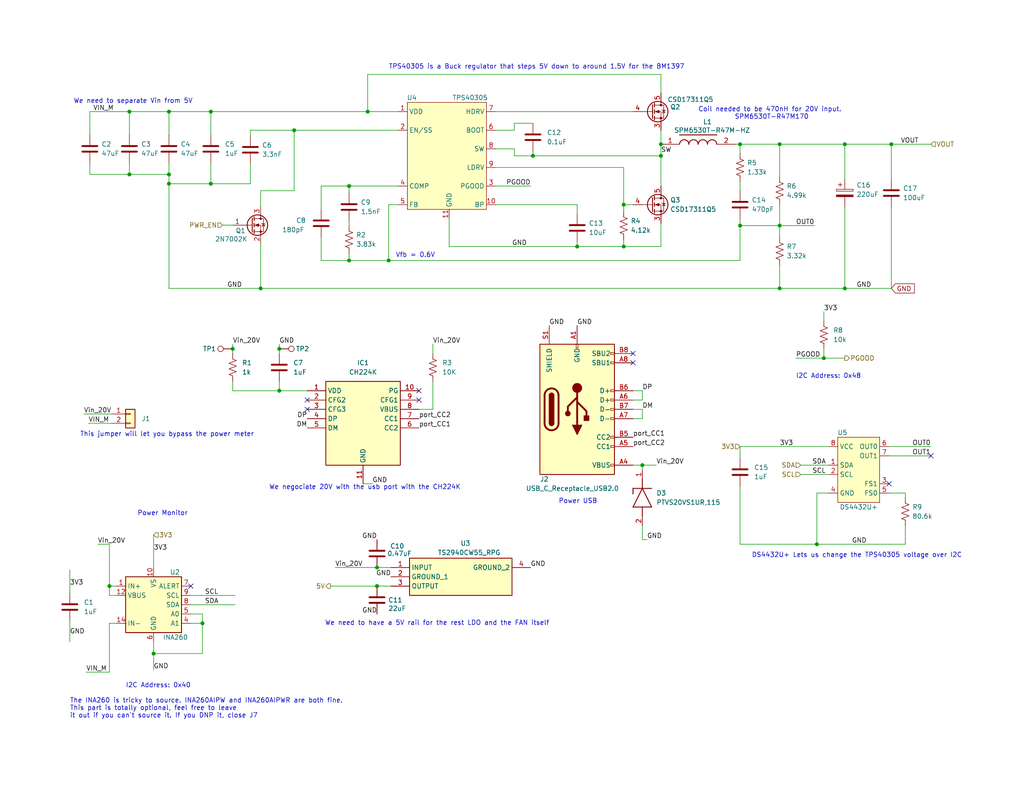
<source format=kicad_sch>
(kicad_sch (version 20231120) (generator "eeschema") (generator_version "8.0")
  (paper "A")
  (title_block (title "Bitaxe Ultra") (date "2023-12-10") (rev "204"))
  (lib_symbols
    (symbol "Connector:TestPoint" (pin_numbers hide) (pin_names (offset 0.762) hide)
      (property "Reference" "TP" (at 0 6.858 0))
      (property "Value" "TestPoint" (at 0 5.08 0))
      (symbol "TestPoint_0_1"
        (circle (center 0 3.302) (radius 0.762))
      )
      (symbol "TestPoint_1_1"
        (pin passive line (at 0 0 90) (length 2.54) (name "1") (number "1"))
      )
    )
    (symbol "Connector:USB_C_Receptacle_USB2.0" (pin_names (offset 1.016))
      (property "Reference" "J" (at -10.16 19.05 0))
      (property "Value" "USB_C_Receptacle_USB2.0" (at 19.05 19.05 0))
      (symbol "USB_C_Receptacle_USB2.0_0_0"
        (rectangle (start -0.254 -17.78) (end 0.254 -16.764))
        (rectangle (start 10.16 -14.986) (end 9.144 -15.494))
        (rectangle (start 10.16 -12.446) (end 9.144 -12.954))
        (rectangle (start 10.16 -4.826) (end 9.144 -5.334))
        (rectangle (start 10.16 -2.286) (end 9.144 -2.794))
        (rectangle (start 10.16 0.254) (end 9.144 -0.254))
        (rectangle (start 10.16 2.794) (end 9.144 2.286))
        (rectangle (start 10.16 7.874) (end 9.144 7.366))
        (rectangle (start 10.16 10.414) (end 9.144 9.906))
        (rectangle (start 10.16 15.494) (end 9.144 14.986))
      )
      (symbol "USB_C_Receptacle_USB2.0_0_1"
        (rectangle (start -10.16 17.78) (end 10.16 -17.78) (stroke (width 0.254)) (fill (type background)))
        (arc (start -8.89 -3.81) (mid -6.985 -5.7067) (end -5.08 -3.81) (stroke (width 0.508)))
        (arc (start -7.62 -3.81) (mid -6.985 -4.4423) (end -6.35 -3.81) (stroke (width 0.254)))
        (arc (start -7.62 -3.81) (mid -6.985 -4.4423) (end -6.35 -3.81) (stroke (width 0.254)) (fill (type outline)))
        (rectangle (start -7.62 -3.81) (end -6.35 3.81) (stroke (width 0.254)) (fill (type outline)))
        (arc (start -6.35 3.81) (mid -6.985 4.4423) (end -7.62 3.81) (stroke (width 0.254)))
        (arc (start -6.35 3.81) (mid -6.985 4.4423) (end -7.62 3.81) (stroke (width 0.254)) (fill (type outline)))
        (arc (start -5.08 3.81) (mid -6.985 5.7067) (end -8.89 3.81) (stroke (width 0.508)))
        (circle (center -2.54 1.143) (radius 0.635) (stroke (width 0.254)) (fill (type outline)))
        (circle (center 0 -5.842) (radius 1.27) (fill (type outline)))
        (polyline (pts (xy -8.89 -3.81) (xy -8.89 3.81)) (stroke (width 0.508)))
        (polyline (pts (xy -5.08 3.81) (xy -5.08 -3.81)) (stroke (width 0.508)))
        (polyline (pts (xy 0 -5.842) (xy 0 4.318)) (stroke (width 0.508)))
        (polyline (pts (xy 0 -3.302) (xy -2.54 -0.762) (xy -2.54 0.508)) (stroke (width 0.508)))
        (polyline (pts (xy 0 -2.032) (xy 2.54 0.508) (xy 2.54 1.778)) (stroke (width 0.508)))
        (polyline (pts (xy -1.27 4.318) (xy 0 6.858) (xy 1.27 4.318) (xy -1.27 4.318)) (stroke (width 0.254)) (fill (type outline)))
        (rectangle (start 1.905 1.778) (end 3.175 3.048) (stroke (width 0.254)) (fill (type outline)))
      )
      (symbol "USB_C_Receptacle_USB2.0_1_1"
        (pin passive line (at 0 -22.86 90) (length 5.08) (name "GND") (number "A1"))
        (pin passive line (at 0 -22.86 90) (length 5.08) hide (name "GND") (number "A12"))
        (pin passive line (at 15.24 15.24 180) (length 5.08) (name "VBUS") (number "A4"))
        (pin bidirectional line (at 15.24 10.16 180) (length 5.08) (name "CC1") (number "A5"))
        (pin bidirectional line (at 15.24 -2.54 180) (length 5.08) (name "D+") (number "A6"))
        (pin bidirectional line (at 15.24 2.54 180) (length 5.08) (name "D-") (number "A7"))
        (pin bidirectional line (at 15.24 -12.7 180) (length 5.08) (name "SBU1") (number "A8"))
        (pin passive line (at 15.24 15.24 180) (length 5.08) hide (name "VBUS") (number "A9"))
        (pin passive line (at 0 -22.86 90) (length 5.08) hide (name "GND") (number "B1"))
        (pin passive line (at 0 -22.86 90) (length 5.08) hide (name "GND") (number "B12"))
        (pin passive line (at 15.24 15.24 180) (length 5.08) hide (name "VBUS") (number "B4"))
        (pin bidirectional line (at 15.24 7.62 180) (length 5.08) (name "CC2") (number "B5"))
        (pin bidirectional line (at 15.24 -5.08 180) (length 5.08) (name "D+") (number "B6"))
        (pin bidirectional line (at 15.24 0 180) (length 5.08) (name "D-") (number "B7"))
        (pin bidirectional line (at 15.24 -15.24 180) (length 5.08) (name "SBU2") (number "B8"))
        (pin passive line (at 15.24 15.24 180) (length 5.08) hide (name "VBUS") (number "B9"))
        (pin passive line (at -7.62 -22.86 90) (length 5.08) (name "SHIELD") (number "S1"))
      )
    )
    (symbol "Connector_Generic:Conn_01x02" (pin_names (offset 1.016) hide)
      (property "Reference" "J" (at 0 2.54 0))
      (property "Value" "Conn_01x02" (at 0 -5.08 0))
      (symbol "Conn_01x02_1_1"
        (rectangle (start -1.27 -2.413) (end 0 -2.667) (stroke (width 0.1524)))
        (rectangle (start -1.27 0.127) (end 0 -0.127) (stroke (width 0.1524)))
        (rectangle (start -1.27 1.27) (end 1.27 -3.81) (stroke (width 0.254)) (fill (type background)))
        (pin passive line (at -5.08 0 0) (length 3.81) (name "Pin_1") (number "1"))
        (pin passive line (at -5.08 -2.54 0) (length 3.81) (name "Pin_2") (number "2"))
      )
    )
    (symbol "Device:C" (pin_numbers hide) (pin_names (offset 0.254))
      (property "Reference" "C" (at 0.635 2.54 0))
      (property "Value" "C" (at 0.635 -2.54 0))
      (symbol "C_0_1"
        (polyline (pts (xy -2.032 -0.762) (xy 2.032 -0.762)) (stroke (width 0.508)))
        (polyline (pts (xy -2.032 0.762) (xy 2.032 0.762)) (stroke (width 0.508)))
      )
      (symbol "C_1_1"
        (pin passive line (at 0 3.81 270) (length 2.794) (name "~") (number "1"))
        (pin passive line (at 0 -3.81 90) (length 2.794) (name "~") (number "2"))
      )
    )
    (symbol "Device:C_Polarized" (pin_numbers hide) (pin_names (offset 0.254))
      (property "Reference" "C" (at 0.635 2.54 0))
      (property "Value" "C_Polarized" (at 0.635 -2.54 0))
      (symbol "C_Polarized_0_1"
        (rectangle (start -2.286 0.508) (end 2.286 1.016))
        (polyline (pts (xy -1.778 2.286) (xy -0.762 2.286)))
        (polyline (pts (xy -1.27 2.794) (xy -1.27 1.778)))
        (rectangle (start 2.286 -0.508) (end -2.286 -1.016) (fill (type outline)))
      )
      (symbol "C_Polarized_1_1"
        (pin passive line (at 0 3.81 270) (length 2.794) (name "~") (number "1"))
        (pin passive line (at 0 -3.81 90) (length 2.794) (name "~") (number "2"))
      )
    )
    (symbol "Device:R_US" (pin_numbers hide) (pin_names (offset 0))
      (property "Reference" "R" (at 2.54 0 90))
      (property "Value" "R_US" (at -2.54 0 90))
      (symbol "R_US_0_1"
        (polyline (pts (xy 0 -2.286) (xy 0 -2.54)))
        (polyline (pts (xy 0 2.286) (xy 0 2.54)))
        (polyline (pts (xy 0 -0.762) (xy 1.016 -1.143) (xy 0 -1.524) (xy -1.016 -1.905) (xy 0 -2.286)))
        (polyline (pts (xy 0 0.762) (xy 1.016 0.381) (xy 0 0) (xy -1.016 -0.381) (xy 0 -0.762)))
        (polyline (pts (xy 0 2.286) (xy 1.016 1.905) (xy 0 1.524) (xy -1.016 1.143) (xy 0 0.762)))
      )
      (symbol "R_US_1_1"
        (pin passive line (at 0 3.81 270) (length 1.27) (name "~") (number "1"))
        (pin passive line (at 0 -3.81 90) (length 1.27) (name "~") (number "2"))
      )
    )
    (symbol "Sensor:INA260"
      (property "Reference" "U" (at -6.35 8.89 0))
      (property "Value" "INA260" (at 2.54 8.89 0))
      (symbol "INA260_0_1"
        (rectangle (start -7.62 7.62) (end 7.62 -7.62) (stroke (width 0.254)) (fill (type background)))
      )
      (symbol "INA260_1_1"
        (pin passive line (at -10.16 5.08 0) (length 2.54) (name "IN+") (number "1"))
        (pin power_in line (at 0 10.16 270) (length 2.54) (name "VS") (number "10"))
        (pin passive line (at 0 -10.16 90) (length 2.54) hide (name "GND") (number "11"))
        (pin passive line (at -10.16 2.54 0) (length 2.54) (name "VBUS") (number "12"))
        (pin no_connect line (at 2.54 -7.62 90) (length 2.54) hide (name "NC") (number "13"))
        (pin passive line (at -10.16 -5.08 0) (length 2.54) (name "IN-") (number "14"))
        (pin passive line (at -10.16 -5.08 0) (length 2.54) hide (name "IN-") (number "15"))
        (pin passive line (at -10.16 -5.08 0) (length 2.54) hide (name "IN-") (number "16"))
        (pin passive line (at -10.16 5.08 0) (length 2.54) hide (name "IN+") (number "2"))
        (pin passive line (at -10.16 5.08 0) (length 2.54) hide (name "IN+") (number "3"))
        (pin input line (at 10.16 -5.08 180) (length 2.54) (name "A1") (number "4"))
        (pin input line (at 10.16 -2.54 180) (length 2.54) (name "A0") (number "5"))
        (pin power_in line (at 0 -10.16 90) (length 2.54) (name "GND") (number "6"))
        (pin open_collector line (at 10.16 5.08 180) (length 2.54) (name "ALERT") (number "7"))
        (pin bidirectional line (at 10.16 0 180) (length 2.54) (name "SDA") (number "8"))
        (pin input line (at 10.16 2.54 180) (length 2.54) (name "SCL") (number "9"))
      )
    )
    (symbol "Transistor_FET:2N7002K" (pin_names hide)
      (property "Reference" "Q" (at 5.08 1.905 0))
      (property "Value" "2N7002K" (at 5.08 0 0))
      (symbol "2N7002K_0_1"
        (polyline (pts (xy 0.254 0) (xy -2.54 0)))
        (polyline (pts (xy 0.254 1.905) (xy 0.254 -1.905)) (stroke (width 0.254)))
        (polyline (pts (xy 0.762 -1.27) (xy 0.762 -2.286)) (stroke (width 0.254)))
        (polyline (pts (xy 0.762 0.508) (xy 0.762 -0.508)) (stroke (width 0.254)))
        (polyline (pts (xy 0.762 2.286) (xy 0.762 1.27)) (stroke (width 0.254)))
        (polyline (pts (xy 2.54 2.54) (xy 2.54 1.778)))
        (polyline (pts (xy 2.54 -2.54) (xy 2.54 0) (xy 0.762 0)))
        (polyline (pts (xy 0.762 -1.778) (xy 3.302 -1.778) (xy 3.302 1.778) (xy 0.762 1.778)))
        (polyline (pts (xy 1.016 0) (xy 2.032 0.381) (xy 2.032 -0.381) (xy 1.016 0)) (fill (type outline)))
        (polyline (pts (xy 2.794 0.508) (xy 2.921 0.381) (xy 3.683 0.381) (xy 3.81 0.254)))
        (polyline (pts (xy 3.302 0.381) (xy 2.921 -0.254) (xy 3.683 -0.254) (xy 3.302 0.381)))
        (circle (center 1.651 0) (radius 2.794) (stroke (width 0.254)))
        (circle (center 2.54 -1.778) (radius 0.254) (fill (type outline)))
        (circle (center 2.54 1.778) (radius 0.254) (fill (type outline)))
      )
      (symbol "2N7002K_1_1"
        (pin input line (at -5.08 0 0) (length 2.54) (name "G") (number "1"))
        (pin passive line (at 2.54 -5.08 90) (length 2.54) (name "S") (number "2"))
        (pin passive line (at 2.54 5.08 270) (length 2.54) (name "D") (number "3"))
      )
    )
    (symbol "bitaxe:CH224K"
      (property "Reference" "IC" (at 26.67 7.62 0))
      (property "Value" "CH224K" (at 26.67 5.08 0))
      (symbol "CH224K_1_1"
        (rectangle (start 5.08 2.54) (end 25.4 -20.32) (stroke (width 0.254)) (fill (type background)))
        (pin passive line (at 0 0 0) (length 5.08) (name "VDD") (number "1"))
        (pin passive line (at 30.48 0 180) (length 5.08) (name "PG") (number "10"))
        (pin passive line (at 15.24 -25.4 90) (length 5.08) (name "GND") (number "11"))
        (pin passive line (at 0 -2.54 0) (length 5.08) (name "CFG2") (number "2"))
        (pin passive line (at 0 -5.08 0) (length 5.08) (name "CFG3") (number "3"))
        (pin passive line (at 0 -7.62 0) (length 5.08) (name "DP") (number "4"))
        (pin passive line (at 0 -10.16 0) (length 5.08) (name "DM") (number "5"))
        (pin passive line (at 30.48 -10.16 180) (length 5.08) (name "CC2") (number "6"))
        (pin passive line (at 30.48 -7.62 180) (length 5.08) (name "CC1") (number "7"))
        (pin passive line (at 30.48 -5.08 180) (length 5.08) (name "VBUS") (number "8"))
        (pin passive line (at 30.48 -2.54 180) (length 5.08) (name "CFG1") (number "9"))
      )
    )
    (symbol "bitaxe:DS4432U+"
      (property "Reference" "U10" (at -5.08 10.16 0))
      (property "Value" "DS4432U+" (at -0.635 -10.16 0))
      (symbol "DS4432U+_0_1"
        (rectangle (start -6.35 8.89) (end 5.08 -8.89) (stroke (width 0.1524)) (fill (type background)))
      )
      (symbol "DS4432U+_1_1"
        (pin input line (at -8.89 1.27 0) (length 2.54) (name "SDA") (number "1"))
        (pin input line (at -8.89 -1.27 0) (length 2.54) (name "SCL") (number "2"))
        (pin input line (at 7.62 -3.81 180) (length 2.54) (name "FS1") (number "3"))
        (pin power_in line (at -8.89 -6.35 0) (length 2.54) (name "GND") (number "4"))
        (pin input line (at 7.62 -6.35 180) (length 2.54) (name "FS0") (number "5"))
        (pin output line (at 7.62 6.35 180) (length 2.54) (name "OUT0") (number "6"))
        (pin output line (at 7.62 3.81 180) (length 2.54) (name "OUT1") (number "7"))
        (pin power_in line (at -8.89 6.35 0) (length 2.54) (name "VCC") (number "8"))
      )
    )
    (symbol "bitaxe:PTVS20VS1UR,115" (pin_names hide)
      (property "Reference" "D" (at 10.16 8.89 0))
      (property "Value" "PTVS20VS1UR,115" (at 10.16 6.35 0))
      (symbol "PTVS20VS1UR,115_1_1"
        (polyline (pts (xy 2.54 0) (xy 5.08 0)) (stroke (width 0.254)))
        (polyline (pts (xy 5.08 -2.54) (xy 6.604 -2.54)) (stroke (width 0.254)))
        (polyline (pts (xy 5.08 0) (xy 10.16 2.54)) (stroke (width 0.254)))
        (polyline (pts (xy 5.08 2.54) (xy 5.08 -2.54)) (stroke (width 0.254)))
        (polyline (pts (xy 10.16 -2.54) (xy 5.08 0)) (stroke (width 0.254)))
        (polyline (pts (xy 10.16 -2.54) (xy 10.16 2.54)) (stroke (width 0.254)))
        (polyline (pts (xy 12.7 0) (xy 10.16 0)) (stroke (width 0.254)))
        (pin passive line (at 0 0 0) (length 2.54) (name "K") (number "1"))
        (pin passive line (at 15.24 0 180) (length 2.54) (name "A") (number "2"))
      )
    )
    (symbol "bitaxe:Q_NMOS_CSD17311Q5_1" (pin_names (offset 0) hide)
      (property "Reference" "Q1" (at 5.08 1.27 0))
      (property "Value" "CSD17311Q5" (at 5.08 -1.27 0))
      (symbol "Q_NMOS_CSD17311Q5_1_0_1"
        (polyline (pts (xy 0.254 0) (xy -2.54 0)))
        (polyline (pts (xy 0.254 1.905) (xy 0.254 -1.905)) (stroke (width 0.254)))
        (polyline (pts (xy 0.762 -1.27) (xy 0.762 -2.286)) (stroke (width 0.254)))
        (polyline (pts (xy 0.762 0.508) (xy 0.762 -0.508)) (stroke (width 0.254)))
        (polyline (pts (xy 0.762 2.286) (xy 0.762 1.27)) (stroke (width 0.254)))
        (polyline (pts (xy 2.54 2.54) (xy 2.54 1.778)))
        (polyline (pts (xy 2.54 -2.54) (xy 2.54 0) (xy 0.762 0)))
        (polyline (pts (xy 0.762 -1.778) (xy 3.302 -1.778) (xy 3.302 1.778) (xy 0.762 1.778)))
        (polyline (pts (xy 1.016 0) (xy 2.032 0.381) (xy 2.032 -0.381) (xy 1.016 0)) (fill (type outline)))
        (polyline (pts (xy 2.794 0.508) (xy 2.921 0.381) (xy 3.683 0.381) (xy 3.81 0.254)))
        (polyline (pts (xy 3.302 0.381) (xy 2.921 -0.254) (xy 3.683 -0.254) (xy 3.302 0.381)))
        (circle (center 1.651 0) (radius 2.794) (stroke (width 0.254)))
        (circle (center 2.54 -1.778) (radius 0.254) (fill (type outline)))
        (circle (center 2.54 1.778) (radius 0.254) (fill (type outline)))
      )
      (symbol "Q_NMOS_CSD17311Q5_1_1_1"
        (pin passive line (at 2.54 -5.08 90) (length 2.54) hide (name "") (number "1"))
        (pin passive line (at 2.54 -5.08 90) (length 2.54) hide (name "") (number "2"))
        (pin passive line (at 2.54 -5.08 90) (length 2.54) (name "S") (number "3"))
        (pin input line (at -5.08 0 0) (length 2.54) (name "G") (number "4"))
        (pin passive line (at 2.54 5.08 270) (length 2.54) (name "D") (number "5"))
      )
    )
    (symbol "bitaxe:SPM6530T-R47M-HZ" (pin_names hide)
      (property "Reference" "L" (at 16.51 6.35 0))
      (property "Value" "SPM6530T-R47M-HZ" (at 16.51 3.81 0))
      (symbol "SPM6530T-R47M-HZ_1_1"
        (polyline (pts (xy 5.08 2.54) (xy 15.24 2.54)) (stroke (width 0.254)))
        (arc (start 7.62 0) (mid 6.35 1.219) (end 5.08 0) (stroke (width 0.254)))
        (arc (start 10.16 0) (mid 8.89 1.219) (end 7.62 0) (stroke (width 0.254)))
        (arc (start 12.7 0) (mid 11.43 1.219) (end 10.16 0) (stroke (width 0.254)))
        (arc (start 15.24 0) (mid 13.97 1.219) (end 12.7 0) (stroke (width 0.254)))
        (pin passive line (at 0 0 0) (length 5.08) (name "1") (number "1"))
        (pin passive line (at 20.32 0 180) (length 5.08) (name "2") (number "2"))
      )
    )
    (symbol "bitaxe:TPS40305"
      (property "Reference" "U9" (at -10.16 16.51 0))
      (property "Value" "TPS40305" (at 5.715 16.51 0))
      (symbol "TPS40305_0_1"
        (rectangle (start -11.43 15.24) (end 10.16 -13.97) (stroke (width 0.1524)) (fill (type background)))
      )
      (symbol "TPS40305_1_1"
        (pin input line (at -13.97 12.7 0) (length 2.54) (name "VDD") (number "1"))
        (pin input line (at 12.7 -12.7 180) (length 2.54) (name "BP") (number "10"))
        (pin input line (at 0 -16.51 90) (length 2.54) (name "GND") (number "11"))
        (pin input line (at -13.97 7.62 0) (length 2.54) (name "EN/SS") (number "2"))
        (pin input line (at 12.7 -7.62 180) (length 2.54) (name "PGOOD") (number "3"))
        (pin input line (at -13.97 -7.62 0) (length 2.54) (name "COMP") (number "4"))
        (pin input line (at -13.97 -12.7 0) (length 2.54) (name "FB") (number "5"))
        (pin input line (at 12.7 7.62 180) (length 2.54) (name "BOOT") (number "6"))
        (pin input line (at 12.7 12.7 180) (length 2.54) (name "HDRV") (number "7"))
        (pin input line (at 12.7 2.54 180) (length 2.54) (name "SW") (number "8"))
        (pin input line (at 12.7 -2.54 180) (length 2.54) (name "LDRV") (number "9"))
      )
    )
    (symbol "bitaxe:TS2940CW55_RPG"
      (property "Reference" "U" (at 34.29 7.62 0))
      (property "Value" "TS2940CW55_RPG" (at 34.29 5.08 0))
      (symbol "TS2940CW55_RPG_1_1"
        (rectangle (start 5.08 2.54) (end 33.02 -7.62) (stroke (width 0.254)) (fill (type background)))
        (pin passive line (at 0 0 0) (length 5.08) (name "INPUT") (number "1"))
        (pin passive line (at 0 -2.54 0) (length 5.08) (name "GROUND_1") (number "2"))
        (pin passive line (at 0 -5.08 0) (length 5.08) (name "OUTPUT") (number "3"))
        (pin passive line (at 38.1 0 180) (length 5.08) (name "GROUND_2") (number "4"))
      )
    )
  )
  (junction (at 76.2 106.68))
  (junction (at 180.34 42.545))
  (junction (at 224.79 97.79))
  (junction (at 46.101 50.165))
  (junction (at 102.87 154.94))
  (junction (at 201.93 61.595))
  (junction (at 46.101 47.625))
  (junction (at 201.93 39.37))
  (junction (at 222.885 148.59))
  (junction (at 102.87 160.02))
  (junction (at 180.34 39.37))
  (junction (at 145.415 42.545))
  (junction (at 63.5 95.25))
  (junction (at 175.26 127))
  (junction (at 76.2 95.25))
  (junction (at 212.725 78.74))
  (junction (at 95.25 50.8))
  (junction (at 170.18 55.88))
  (junction (at 230.505 78.74))
  (junction (at 212.725 39.37))
  (junction (at 35.306 47.625))
  (junction (at 57.531 30.48))
  (junction (at 100.33 30.48))
  (junction (at 106.045 71.12))
  (junction (at 41.91 178.435))
  (junction (at 35.306 30.48))
  (junction (at 230.505 39.37))
  (junction (at 212.725 61.595))
  (junction (at 55.245 170.18))
  (junction (at 157.48 67.31))
  (junction (at 46.101 30.48))
  (junction (at 57.531 50.165))
  (junction (at 243.205 39.37))
  (junction (at 80.264 35.56))
  (junction (at 29.845 160.02))
  (junction (at 95.25 71.12))
  (junction (at 71.12 78.74))
  (junction (at 170.18 67.31))
  (no_connect (at 114.3 109.22))
  (no_connect (at 254 124.46))
  (no_connect (at 242.57 132.08))
  (no_connect (at 83.82 111.76))
  (no_connect (at 83.82 109.22))
  (no_connect (at 172.72 99.06))
  (no_connect (at 172.72 96.52))
  (no_connect (at 114.3 106.68))
  (no_connect (at 52.07 160.02))
  (wire (pts (xy 179.07 127) (xy 175.26 127)))
  (wire (pts (xy 102.87 160.02) (xy 106.68 160.02)))
  (wire (pts (xy 243.205 39.37) (xy 230.505 39.37)))
  (wire (pts (xy 201.93 121.92) (xy 226.06 121.92)))
  (wire (pts (xy 118.11 93.98) (xy 118.11 96.52)))
  (wire (pts (xy 60.706 61.468) (xy 63.5 61.468)))
  (wire (pts (xy 157.48 66.04) (xy 157.48 67.31)))
  (wire (pts (xy 24.511 30.48) (xy 35.306 30.48)))
  (wire (pts (xy 108.585 50.8) (xy 95.25 50.8)))
  (wire (pts (xy 76.2 106.68) (xy 63.5 106.68)))
  (wire (pts (xy 180.34 35.56) (xy 180.34 39.37)))
  (wire (pts (xy 243.205 48.895) (xy 243.205 39.37)))
  (wire (pts (xy 170.18 55.88) (xy 172.72 55.88)))
  (wire (pts (xy 157.48 55.88) (xy 157.48 58.42)))
  (wire (pts (xy 63.5 93.98) (xy 63.5 95.25)))
  (wire (pts (xy 102.87 154.94) (xy 106.68 154.94)))
  (wire (pts (xy 41.91 146.05) (xy 41.91 154.94)))
  (wire (pts (xy 95.25 60.325) (xy 95.25 61.595)))
  (wire (pts (xy 57.531 44.45) (xy 57.531 50.165)))
  (wire (pts (xy 212.725 55.88) (xy 212.725 61.595)))
  (wire (pts (xy 170.18 45.72) (xy 170.18 55.88)))
  (wire (pts (xy 29.845 160.02) (xy 29.845 148.59)))
  (wire (pts (xy 35.306 44.45) (xy 35.306 47.625)))
  (wire (pts (xy 172.72 106.68) (xy 175.26 106.68)))
  (wire (pts (xy 170.18 67.31) (xy 170.18 65.405)))
  (wire (pts (xy 242.57 124.46) (xy 254 124.46)))
  (wire (pts (xy 68.326 44.704) (xy 68.326 50.165)))
  (wire (pts (xy 180.34 20.32) (xy 100.33 20.32)))
  (wire (pts (xy 201.93 125.095) (xy 201.93 121.92)))
  (wire (pts (xy 201.93 39.37) (xy 201.93 41.91)))
  (wire (pts (xy 31.75 162.56) (xy 29.845 162.56)))
  (wire (pts (xy 35.306 47.625) (xy 46.101 47.625)))
  (wire (pts (xy 243.205 39.37) (xy 254 39.37)))
  (wire (pts (xy 172.72 111.76) (xy 175.26 111.76)))
  (wire (pts (xy 29.845 170.18) (xy 29.845 183.515)))
  (wire (pts (xy 80.264 35.56) (xy 68.326 35.56)))
  (wire (pts (xy 217.17 97.79) (xy 224.79 97.79)))
  (wire (pts (xy 87.63 71.12) (xy 87.63 64.77)))
  (wire (pts (xy 175.26 127) (xy 175.26 128.27)))
  (wire (pts (xy 87.63 50.8) (xy 87.63 57.15)))
  (wire (pts (xy 23.495 183.515) (xy 29.845 183.515)))
  (wire (pts (xy 218.44 127) (xy 226.06 127)))
  (wire (pts (xy 46.101 50.165) (xy 57.531 50.165)))
  (wire (pts (xy 52.07 167.64) (xy 55.245 167.64)))
  (wire (pts (xy 122.555 67.31) (xy 157.48 67.31)))
  (wire (pts (xy 55.245 178.435) (xy 41.91 178.435)))
  (wire (pts (xy 176.53 147.32) (xy 175.26 147.32)))
  (wire (pts (xy 80.264 52.07) (xy 80.264 35.56)))
  (wire (pts (xy 222.885 134.62) (xy 226.06 134.62)))
  (wire (pts (xy 46.101 78.74) (xy 71.12 78.74)))
  (wire (pts (xy 201.93 49.53) (xy 201.93 52.07)))
  (wire (pts (xy 63.5 95.25) (xy 63.5 96.52)))
  (wire (pts (xy 31.75 160.02) (xy 29.845 160.02)))
  (wire (pts (xy 57.531 30.48) (xy 57.531 36.83)))
  (wire (pts (xy 95.25 69.215) (xy 95.25 71.12)))
  (wire (pts (xy 175.26 106.68) (xy 175.26 109.22)))
  (wire (pts (xy 83.82 106.68) (xy 76.2 106.68)))
  (wire (pts (xy 99.06 132.08) (xy 101.6 132.08)))
  (wire (pts (xy 212.725 72.39) (xy 212.725 78.74)))
  (wire (pts (xy 157.48 67.31) (xy 170.18 67.31)))
  (wire (pts (xy 247.015 143.51) (xy 247.015 148.59)))
  (wire (pts (xy 230.505 39.37) (xy 230.505 48.895)))
  (wire (pts (xy 212.725 61.595) (xy 212.725 64.77)))
  (wire (pts (xy 140.335 40.64) (xy 140.335 42.545)))
  (wire (pts (xy 71.12 52.07) (xy 80.264 52.07)))
  (wire (pts (xy 180.34 60.96) (xy 180.34 67.31)))
  (wire (pts (xy 76.2 95.25) (xy 76.2 96.52)))
  (wire (pts (xy 55.245 167.64) (xy 55.245 170.18)))
  (wire (pts (xy 135.255 45.72) (xy 170.18 45.72)))
  (wire (pts (xy 135.255 40.64) (xy 140.335 40.64)))
  (wire (pts (xy 118.11 111.76) (xy 114.3 111.76)))
  (wire (pts (xy 24.511 47.625) (xy 35.306 47.625)))
  (wire (pts (xy 242.57 121.92) (xy 254 121.92)))
  (wire (pts (xy 24.511 36.83) (xy 24.511 30.48)))
  (wire (pts (xy 230.505 56.515) (xy 230.505 78.74)))
  (wire (pts (xy 46.101 30.48) (xy 46.101 36.83)))
  (wire (pts (xy 35.306 30.48) (xy 46.101 30.48)))
  (wire (pts (xy 222.885 148.59) (xy 222.885 134.62)))
  (wire (pts (xy 19.05 169.545) (xy 19.05 175.26)))
  (wire (pts (xy 140.335 42.545) (xy 145.415 42.545)))
  (wire (pts (xy 175.26 127) (xy 172.72 127)))
  (wire (pts (xy 230.505 39.37) (xy 212.725 39.37)))
  (wire (pts (xy 100.33 20.32) (xy 100.33 30.48)))
  (wire (pts (xy 180.34 67.31) (xy 170.18 67.31)))
  (wire (pts (xy 41.91 178.435) (xy 41.91 182.88)))
  (wire (pts (xy 242.57 134.62) (xy 247.015 134.62)))
  (wire (pts (xy 224.79 97.79) (xy 230.505 97.79)))
  (wire (pts (xy 170.18 55.88) (xy 170.18 57.785)))
  (wire (pts (xy 95.25 71.12) (xy 87.63 71.12)))
  (wire (pts (xy 175.26 109.22) (xy 172.72 109.22)))
  (wire (pts (xy 76.2 93.98) (xy 76.2 95.25)))
  (wire (pts (xy 46.101 30.48) (xy 57.531 30.48)))
  (wire (pts (xy 230.505 78.74) (xy 243.205 78.74)))
  (wire (pts (xy 63.5 106.68) (xy 63.5 104.14)))
  (wire (pts (xy 200.66 39.37) (xy 201.93 39.37)))
  (wire (pts (xy 175.26 111.76) (xy 175.26 114.3)))
  (wire (pts (xy 201.93 148.59) (xy 222.885 148.59)))
  (wire (pts (xy 52.07 170.18) (xy 55.245 170.18)))
  (wire (pts (xy 41.91 175.26) (xy 41.91 178.435)))
  (wire (pts (xy 135.255 50.8) (xy 144.78 50.8)))
  (wire (pts (xy 106.045 71.12) (xy 95.25 71.12)))
  (wire (pts (xy 35.306 30.48) (xy 35.306 36.83)))
  (wire (pts (xy 118.11 104.14) (xy 118.11 111.76)))
  (wire (pts (xy 224.79 95.25) (xy 224.79 97.79)))
  (wire (pts (xy 71.12 66.548) (xy 71.12 78.74)))
  (wire (pts (xy 46.101 47.625) (xy 46.101 50.165)))
  (wire (pts (xy 145.415 42.545) (xy 180.34 42.545)))
  (wire (pts (xy 180.34 25.4) (xy 180.34 20.32)))
  (wire (pts (xy 46.101 50.165) (xy 46.101 78.74)))
  (wire (pts (xy 76.2 104.14) (xy 76.2 106.68)))
  (wire (pts (xy 24.511 44.45) (xy 24.511 47.625)))
  (wire (pts (xy 46.101 44.45) (xy 46.101 47.625)))
  (wire (pts (xy 122.555 59.69) (xy 122.555 67.31)))
  (wire (pts (xy 212.725 61.595) (xy 222.25 61.595)))
  (wire (pts (xy 212.725 78.74) (xy 230.505 78.74)))
  (wire (pts (xy 218.44 129.54) (xy 226.06 129.54)))
  (wire (pts (xy 24.13 115.57) (xy 30.48 115.57)))
  (wire (pts (xy 90.17 160.02) (xy 102.87 160.02)))
  (wire (pts (xy 108.585 55.88) (xy 106.045 55.88)))
  (wire (pts (xy 108.585 35.56) (xy 80.264 35.56)))
  (wire (pts (xy 175.26 143.51) (xy 175.26 147.32)))
  (wire (pts (xy 31.75 170.18) (xy 29.845 170.18)))
  (wire (pts (xy 201.93 39.37) (xy 212.725 39.37)))
  (wire (pts (xy 135.255 55.88) (xy 157.48 55.88)))
  (wire (pts (xy 140.335 35.56) (xy 140.335 33.655)))
  (wire (pts (xy 201.93 59.69) (xy 201.93 61.595)))
  (wire (pts (xy 243.205 56.515) (xy 243.205 78.74)))
  (wire (pts (xy 201.93 71.12) (xy 106.045 71.12)))
  (wire (pts (xy 71.12 52.07) (xy 71.12 56.388)))
  (wire (pts (xy 95.25 50.8) (xy 87.63 50.8)))
  (wire (pts (xy 57.531 30.48) (xy 100.33 30.48)))
  (wire (pts (xy 140.335 33.655) (xy 145.415 33.655)))
  (wire (pts (xy 145.415 41.275) (xy 145.415 42.545)))
  (wire (pts (xy 19.05 155.575) (xy 19.05 161.925)))
  (wire (pts (xy 135.255 30.48) (xy 172.72 30.48)))
  (wire (pts (xy 29.845 162.56) (xy 29.845 160.02)))
  (wire (pts (xy 100.33 30.48) (xy 108.585 30.48)))
  (wire (pts (xy 68.326 35.56) (xy 68.326 37.084)))
  (wire (pts (xy 212.725 39.37) (xy 212.725 48.26)))
  (wire (pts (xy 22.86 113.03) (xy 30.48 113.03)))
  (wire (pts (xy 224.79 85.09) (xy 224.79 87.63)))
  (wire (pts (xy 247.015 134.62) (xy 247.015 135.89)))
  (wire (pts (xy 201.93 61.595) (xy 201.93 71.12)))
  (wire (pts (xy 135.255 35.56) (xy 140.335 35.56)))
  (wire (pts (xy 52.07 162.56) (xy 64.135 162.56)))
  (wire (pts (xy 91.44 154.94) (xy 102.87 154.94)))
  (wire (pts (xy 55.245 170.18) (xy 55.245 178.435)))
  (wire (pts (xy 106.045 55.88) (xy 106.045 71.12)))
  (wire (pts (xy 247.015 148.59) (xy 222.885 148.59)))
  (wire (pts (xy 201.93 132.715) (xy 201.93 148.59)))
  (wire (pts (xy 26.67 148.59) (xy 29.845 148.59)))
  (wire (pts (xy 180.34 42.545) (xy 180.34 50.8)))
  (wire (pts (xy 52.07 165.1) (xy 64.135 165.1)))
  (wire (pts (xy 57.531 50.165) (xy 68.326 50.165)))
  (wire (pts (xy 201.93 61.595) (xy 212.725 61.595)))
  (wire (pts (xy 175.26 114.3) (xy 172.72 114.3)))
  (wire (pts (xy 180.34 39.37) (xy 180.34 42.545)))
  (wire (pts (xy 71.12 78.74) (xy 212.725 78.74)))
  (wire (pts (xy 95.25 50.8) (xy 95.25 52.705)))
  (text "DS4432U+ Lets us change the TPS40305 voltage over I2C" (at 205.105 152.4 0) (effects (font (size 1.27 1.27)) (justify left bottom)))
  (text "I2C Address: 0x48" (at 217.17 103.505 0) (effects (font (size 1.27 1.27)) (justify left bottom)))
  (text "The INA260 is tricky to source. INA260AIPW and INA260AIPWR are both fine.\nThis part is totally optional, feel free to leave \nit out if you can't source it. If you DNP it, close J7" (at 19.05 196.215 0) (effects (font (size 1.27 1.27)) (justify left bottom)))
  (text "Power Monitor" (at 37.465 140.97 0) (effects (font (size 1.27 1.27)) (justify left bottom)))
  (text "Power USB" (at 152.4 137.668 0) (effects (font (size 1.27 1.27)) (justify left bottom)))
  (text "TPS40305 is a Buck regulator that steps 5V down to around 1.5V for the BM1397" (at 106.045 19.05 0) (effects (font (size 1.27 1.27)) (justify left bottom)))
  (text "We need to have a 5V rail for the rest LDO and the FAN itself" (at 88.646 170.942 0) (effects (font (size 1.27 1.27)) (justify left bottom)))
  (text "Coil needed to be 470nH for 20V input. \nSPM6530T-R47M170" (at 210.566 30.988 0) (effects (font (size 1.27 1.27))))
  (text "I2C Address: 0x40" (at 34.29 187.96 0) (effects (font (size 1.27 1.27)) (justify left bottom)))
  (text "Vfb = 0.6V" (at 107.95 70.485 0) (effects (font (size 1.27 1.27)) (justify left bottom)))
  (text "This jumper will let you bypass the power meter" (at 21.844 119.38 0) (effects (font (size 1.27 1.27)) (justify left bottom)))
  (text "We negociate 20V with the usb port with the CH224K" (at 73.406 133.858 0) (effects (font (size 1.27 1.27)) (justify left bottom)))
  (text "We need to separate Vin from 5V" (at 36.322 27.686 0) (effects (font (size 1.27 1.27))))
  (label "DP" (at 83.82 114.3 180))
  (label "3V3" (at 212.725 121.92 0))
  (label "SDA" (at 221.615 127 0))
  (label "VIN_M" (at 25.4 30.48 0))
  (label "GND" (at 102.87 167.64 180))
  (label "GND" (at 233.68 78.74 0))
  (label "VIN_M" (at 23.495 183.515 0))
  (label "GND" (at 61.976 78.74 0))
  (label "GND" (at 106.68 157.48 180))
  (label "Vin_20V" (at 22.86 113.03 0))
  (label "GND" (at 41.91 182.88 0))
  (label "Vin_20V" (at 179.07 127 0))
  (label "GND" (at 76.2 93.98 0))
  (label "Vin_20V" (at 91.44 154.94 0))
  (label "port_CC2" (at 114.3 114.3 0))
  (label "GND" (at 149.86 88.9 0))
  (label "Vin_20V" (at 63.5 93.98 0))
  (label "port_CC2" (at 172.72 121.92 0))
  (label "GND" (at 157.48 88.9 0))
  (label "GND" (at 102.87 147.32 180))
  (label "3V3" (at 41.91 150.495 0))
  (label "GND" (at 176.53 147.32 0))
  (label "PGOOD" (at 144.78 50.8 180))
  (label "GND" (at 19.05 173.355 0))
  (label "DM" (at 175.26 111.76 0))
  (label "GND" (at 144.78 154.94 0))
  (label "Vin_20V" (at 26.67 148.59 0))
  (label "SCL" (at 55.88 162.56 0))
  (label "VOUT" (at 245.745 39.37 0))
  (label "3V3" (at 19.05 160.02 0))
  (label "OUT1" (at 248.92 124.46 0))
  (label "port_CC1" (at 172.72 119.38 0))
  (label "DP" (at 175.26 106.68 0))
  (label "SCL" (at 221.615 129.54 0))
  (label "SDA" (at 55.88 165.1 0))
  (label "DM" (at 83.82 116.84 180))
  (label "OUT0" (at 217.17 61.595 0))
  (label "OUT0" (at 248.92 121.92 0))
  (label "port_CC1" (at 114.3 116.84 0))
  (label "GND" (at 232.41 148.59 0))
  (label "Vin_20V" (at 118.11 93.98 0))
  (label "VIN_M" (at 24.13 115.57 0))
  (label "3V3" (at 224.79 85.09 0))
  (label "PGOOD" (at 217.17 97.79 0))
  (label "GND" (at 101.6 132.08 0))
  (label "SW" (at 180.34 41.91 0))
  (label "GND" (at 139.7 67.31 0))
  (global_label "GND" (shape input) (at 243.205 78.74 0) (property "Intersheetrefs" "${INTERSHEET_REFS}" (effects (hide yes))))
  (hierarchical_label "SDA" (shape input) (at 218.44 127 180))
  (hierarchical_label "5V" (shape output) (at 90.17 160.02 180))
  (hierarchical_label "SCL" (shape input) (at 218.44 129.54 180))
  (hierarchical_label "3V3" (shape input) (at 41.91 146.05 0))
  (hierarchical_label "VOUT" (shape input) (at 254 39.37 0))
  (hierarchical_label "PWR_EN" (shape input) (at 60.706 61.468 180))
  (hierarchical_label "3V3" (shape input) (at 201.93 121.92 180))
  (hierarchical_label "PGOOD" (shape output) (at 230.505 97.79 0))
  (symbol (lib_id "Device:C") (at 157.48 62.23 0) (unit 1)
    (property "Reference" "C13" (at 160.655 60.9599 0) (effects (justify left)))
    (property "Value" "10uF" (at 160.655 63.4999 0) (effects (justify left)))
    (property "Footprint" "Capacitor_SMD:C_0805_2012Metric" (effects (hide yes)))
    (property "DK" "1276-1096-1-ND" (effects (hide yes)))
    (property "PARTNO" "CL21A106KOQNNNE" (effects (hide yes)))
  )
  (symbol (lib_id "Device:R_US") (at 212.725 52.07 0) (unit 1)
    (property "Reference" "R6" (at 214.63 50.7999 0) (effects (justify left)))
    (property "Value" "4.99k" (at 214.63 53.3399 0) (effects (justify left)))
    (property "Footprint" "Resistor_SMD:R_0402_1005Metric" (effects (hide yes)))
    (property "DK" "311-4.99KLRCT-ND" (effects (hide yes)))
    (property "PARTNO" "RC0402FR-074K99L" (effects (hide yes)))
  )
  (symbol (lib_id "Device:C") (at 46.101 40.64 0) (unit 1)
    (property "Reference" "C4" (at 49.276 39.3699 0) (effects (justify left)))
    (property "Value" "47uF" (at 49.276 41.9099 0) (effects (justify left)))
    (property "Footprint" "Capacitor_SMD:C_1210_3225Metric" (effects (hide yes)))
    (property "DK" "490-6539-1-ND" (effects (hide yes)))
    (property "PARTNO" "GRM32ER61C476KE15L" (effects (hide yes)))
  )
  (symbol (lib_id "Device:C_Polarized") (at 230.505 52.705 0) (unit 1)
    (property "Reference" "C16" (at 233.68 50.5459 0) (effects (justify left)))
    (property "Value" "220uF" (at 233.68 53.0859 0) (effects (justify left)))
    (property "Footprint" "bitaxe:CAP_2R5TPE220MAFB" (effects (hide yes)))
    (property "Datasheet" "https://media.digikey.com/pdf/Data%20Sheets/Panasonic%20Capacitors%20PDFs/TPE_Series_POSCAP_Rev02_Oct_2017.pdf" (effects (hide yes)))
    (property "PARTNO" "2R5TPE220MAFB" (effects (hide yes)))
    (property "DK" "P16200CT-ND" (effects (hide yes)))
  )
  (symbol (lib_id "bitaxe:TPS40305") (at 122.555 43.18 0) (unit 1)
    (property "Reference" "U4" (at 112.395 26.67 0))
    (property "Value" "TPS40305" (at 128.27 26.67 0))
    (property "Footprint" "bitaxe:TPS40305" (effects (hide yes)))
    (property "Datasheet" "https://www.ti.com/lit/ds/symlink/tps40303.pdf" (effects (hide yes)))
    (property "DK" "296-37445-1-ND" (effects (hide yes)))
    (property "PARTNO" "TPS40305DRCR" (effects (hide yes)))
  )
  (symbol (lib_id "bitaxe:PTVS20VS1UR,115") (at 175.26 128.27 270) (unit 1)
    (property "Reference" "D3" (at 179.07 134.6199 90) (effects (justify left)))
    (property "Value" "PTVS20VS1UR,115" (at 179.07 137.1599 90) (effects (justify left)))
    (property "Footprint" "bitaxe:SOD123W" (effects (hide yes)))
    (property "Datasheet" "https://assets.nexperia.com/documents/data-sheet/PTVSXS1UR_SER.pdf" (effects (hide yes)))
    (property "Description" "PTVS20VS1UR - 400 W Transient Voltage Suppressor" (effects (hide yes)))
    (property "Mouser Part Number" "771-PTVS20VS1UR115" (effects (hide yes)))
    (property "Mouser Price/Stock" "https://www.mouser.co.uk/ProductDetail/Nexperia/PTVS20VS1UR115?qs=GcY6OjH1zdlCouoqvlMz1w%3D%3D" (effects (hide yes)))
    (property "Manufacturer_Name" "Nexperia" (effects (hide yes)))
    (property "Manufacturer_Part_Number" "PTVS20VS1UR,115" (effects (hide yes)))
  )
  (symbol (lib_id "Sensor:INA260") (at 41.91 165.1 0) (unit 1)
    (property "Reference" "U2" (at 46.355 156.21 0) (effects (justify left)))
    (property "Value" "INA260" (at 44.45 173.99 0) (effects (justify left)))
    (property "Footprint" "Package_SO:TSSOP-16_4.4x5mm_P0.65mm" (effects (hide yes)))
    (property "Datasheet" "http://www.ti.com/lit/ds/symlink/ina260.pdf" (effects (hide yes)))
    (property "PARTNO" "INA260AIPW" (effects (hide yes)))
    (property "DK" "296-45218-5-ND" (effects (hide yes)))
  )
  (symbol (lib_id "Device:C") (at 24.511 40.64 0) (unit 1)
    (property "Reference" "C2" (at 27.686 39.3699 0) (effects (justify left)))
    (property "Value" "47uF" (at 27.686 41.9099 0) (effects (justify left)))
    (property "Footprint" "Capacitor_SMD:C_1210_3225Metric" (effects (hide yes)))
    (property "DK" "490-6539-1-ND" (effects (hide yes)))
    (property "PARTNO" "GRM32ER61C476KE15L" (effects (hide yes)))
  )
  (symbol (lib_id "bitaxe:Q_NMOS_CSD17311Q5_1") (at 177.8 55.88 0) (unit 1)
    (property "Reference" "Q3" (at 182.88 54.61 0) (effects (justify left)))
    (property "Value" "CSD17311Q5" (at 182.88 57.15 0) (effects (justify left)))
    (property "Footprint" "bitaxe:CSD17311Q5" (effects (hide yes)))
    (property "Datasheet" "https://www.ti.com/lit/ds/symlink/csd17311q5.pdf" (effects (hide yes)))
    (property "DK" "296-27625-1-ND" (effects (hide yes)))
    (property "PARTNO" "CSD17311Q5" (effects (hide yes)))
  )
  (symbol (lib_id "Device:C") (at 68.326 40.894 0) (unit 1)
    (property "Reference" "C6" (at 71.501 39.6239 0) (effects (justify left)))
    (property "Value" "3.3nF" (at 71.501 42.1639 0) (effects (justify left)))
    (property "Footprint" "Capacitor_SMD:C_0402_1005Metric" (effects (hide yes)))
    (property "DK" "1276-1552-1-ND" (effects (hide yes)))
    (property "PARTNO" "CL05B332KB5NNNC" (effects (hide yes)))
  )
  (symbol (lib_id "Connector:USB_C_Receptacle_USB2.0") (at 157.48 111.76 0) (mirror x) (unit 1)
    (property "Reference" "J2" (at 147.32 130.81 0) (effects (justify left)))
    (property "Value" "USB_C_Receptacle_USB2.0" (at 168.91 133.35 0) (effects (justify right)))
    (property "Footprint" "Connector_USB:USB_C_Receptacle_GCT_USB4105-xx-A_16P_TopMnt_Horizontal" (effects (hide yes)))
    (property "Datasheet" "https://gct.co/connector/usb4105" (effects (hide yes)))
    (property "DK" "2073-USB4105-GF-ACT-ND" (effects (hide yes)))
    (property "PARTNO" "USB4105-GF-A" (effects (hide yes)))
  )
  (symbol (lib_id "Device:C") (at 35.306 40.64 0) (unit 1)
    (property "Reference" "C3" (at 38.481 39.3699 0) (effects (justify left)))
    (property "Value" "47uF" (at 38.481 41.9099 0) (effects (justify left)))
    (property "Footprint" "Capacitor_SMD:C_1210_3225Metric" (effects (hide yes)))
    (property "DK" "490-6539-1-ND" (effects (hide yes)))
    (property "PARTNO" "GRM32ER61C476KE15L" (effects (hide yes)))
  )
  (symbol (lib_id "Device:C") (at 57.531 40.64 0) (unit 1)
    (property "Reference" "C5" (at 61.341 39.3699 0) (effects (justify left)))
    (property "Value" "1uF" (at 61.341 41.9099 0) (effects (justify left)))
    (property "Footprint" "Capacitor_SMD:C_0805_2012Metric" (effects (hide yes)))
    (property "DK" "1276-6471-1-ND" (effects (hide yes)))
    (property "PARTNO" "CL21B105KOFNNNG" (effects (hide yes)))
  )
  (symbol (lib_id "bitaxe:DS4432U+") (at 234.95 128.27 0) (unit 1)
    (property "Reference" "U5" (at 229.87 118.11 0))
    (property "Value" "DS4432U+" (at 234.315 138.43 0))
    (property "Footprint" "Package_SO:TSSOP-8_3x3mm_P0.65mm" (effects (hide yes)))
    (property "Datasheet" "https://datasheets.maximintegrated.com/en/ds/DS4432.pdf" (effects (hide yes)))
    (property "DK" "DS4432U+-ND" (effects (hide yes)))
    (property "PARTNO" "DS4432U+" (effects (hide yes)))
  )
  (symbol (lib_id "Device:C") (at 243.205 52.705 0) (unit 1)
    (property "Reference" "C17" (at 246.38 51.4349 0) (effects (justify left)))
    (property "Value" "100uF" (at 246.38 53.9749 0) (effects (justify left)))
    (property "Footprint" "Capacitor_SMD:C_1206_3216Metric" (effects (hide yes)))
    (property "PARTNO" "C3216X5R0J107M160AB" (effects (hide yes)))
    (property "DK" "445-6008-1-ND" (effects (hide yes)))
  )
  (symbol (lib_id "Device:C") (at 95.25 56.515 0) (unit 1)
    (property "Reference" "C9" (at 98.425 55.2449 0) (effects (justify left)))
    (property "Value" "1.5nF" (at 98.425 57.7849 0) (effects (justify left)))
    (property "Footprint" "Capacitor_SMD:C_0805_2012Metric" (effects (hide yes)))
    (property "DK" "311-1128-1-ND" (effects (hide yes)))
    (property "PARTNO" "CC0805KRX7R9BB152" (effects (hide yes)))
  )
  (symbol (lib_id "Device:R_US") (at 63.5 100.33 0) (unit 1)
    (property "Reference" "R1" (at 66.04 99.0599 0) (effects (justify left)))
    (property "Value" "1k" (at 66.04 101.5999 0) (effects (justify left)))
    (property "Footprint" "Resistor_SMD:R_0402_1005Metric" (effects (hide yes)))
    (property "DK" "311-3.83KLRCT-ND" (effects (hide yes)))
    (property "PARTNO" "RC0402FR-073K83L" (effects (hide yes)))
  )
  (symbol (lib_id "Device:R_US") (at 212.725 68.58 0) (unit 1)
    (property "Reference" "R7" (at 214.63 67.3099 0) (effects (justify left)))
    (property "Value" "3.32k" (at 214.63 69.8499 0) (effects (justify left)))
    (property "Footprint" "Resistor_SMD:R_0402_1005Metric" (effects (hide yes)))
    (property "DK" "311-3.32KLRCT-ND" (effects (hide yes)))
    (property "PARTNO" "RC0402FR-073K32L" (effects (hide yes)))
  )
  (symbol (lib_id "Device:R_US") (at 118.11 100.33 0) (unit 1)
    (property "Reference" "R3" (at 120.65 99.0599 0) (effects (justify left)))
    (property "Value" "10K" (at 120.65 101.5999 0) (effects (justify left)))
    (property "Footprint" "Resistor_SMD:R_0402_1005Metric" (effects (hide yes)))
    (property "DK" "311-3.83KLRCT-ND" (effects (hide yes)))
    (property "PARTNO" "RC0402FR-073K83L" (effects (hide yes)))
  )
  (symbol (lib_id "bitaxe:SPM6530T-R47M-HZ") (at 180.34 39.37 0) (unit 1)
    (property "Reference" "L1" (at 193.04 33.274 0))
    (property "Value" "SPM6530T-R47M-HZ" (at 194.31 35.56 0))
    (property "Footprint" "SPM6530" (effects (hide yes)))
    (property "Datasheet" "https://product.tdk.com/system/files/dam/doc/product/inductor/inductor/smd/catalog/inductor_automotive_power_spm6530-hz_en.pdf" (effects (hide yes)))
    (property "Description" "Inductors for power circuits, Wound metal, Automotive" (effects (hide yes)))
    (property "Mouser Part Number" "810-SPM6530T-R47M-HZ" (effects (hide yes)))
    (property "Mouser Price/Stock" "https://www.mouser.co.uk/ProductDetail/TDK/SPM6530T-R47M-HZ?qs=lYGu3FyN48eDtZTUZWd2qA%3D%3D" (effects (hide yes)))
    (property "Manufacturer_Name" "TDK" (effects (hide yes)))
    (property "Manufacturer_Part_Number" "SPM6530T-R47M-HZ" (effects (hide yes)))
  )
  (symbol (lib_id "bitaxe:CH224K") (at 83.82 106.68 0) (unit 1)
    (property "Reference" "IC1" (at 99.06 99.06 0))
    (property "Value" "CH224K" (at 99.06 101.6 0))
    (property "Footprint" "SOP100P600X180-11N" (effects (hide yes)))
    (property "Datasheet" "https://datasheet.lcsc.com/lcsc/2204251615_WCH-Jiangsu-Qin-Heng-CH224K_C970725.pdf" (effects (hide yes)))
    (property "Description" "ESSOP-10 USB ICs ROHS" (effects (hide yes)))
    (property "Height" "1.8" (effects (hide yes)))
    (property "Manufacturer_Name" "WCH" (effects (hide yes)))
    (property "Manufacturer_Part_Number" "CH224K" (effects (hide yes)))
  )
  (symbol (lib_id "Device:C") (at 145.415 37.465 0) (unit 1)
    (property "Reference" "C12" (at 149.225 36.1949 0) (effects (justify left)))
    (property "Value" "0.1uF" (at 149.225 38.7349 0) (effects (justify left)))
    (property "Footprint" "Capacitor_SMD:C_0402_1005Metric" (effects (hide yes)))
    (property "DK" "1292-1639-1-ND" (effects (hide yes)))
    (property "PARTNO" "0402X104K100CT" (effects (hide yes)))
  )
  (symbol (lib_id "Transistor_FET:2N7002K") (at 68.58 61.468 0) (unit 1)
    (property "Reference" "Q1" (at 64.262 62.992 0) (effects (justify left)))
    (property "Value" "2N7002K" (at 58.674 65.278 0) (effects (justify left)))
    (property "Footprint" "Package_TO_SOT_SMD:SOT-323_SC-70" (effects (hide yes)))
    (property "Datasheet" "https://www.diodes.com/assets/Datasheets/ds30896.pdf" (effects (hide yes)))
    (property "DK" "2N7002KWCT-ND" (effects (hide yes)))
    (property "PARTNO" "2N7002KW" (effects (hide yes)))
  )
  (symbol (lib_id "Connector:TestPoint") (at 76.2 95.25 270) (mirror x) (unit 1) (in_bom no)
    (property "Reference" "TP2" (at 82.55 95.25 90))
    (property "Value" "TestPoint" (effects (hide yes)))
    (property "Footprint" "TestPoint:TestPoint_Pad_D1.5mm" (effects (hide yes)))
  )
  (symbol (lib_id "Connector_Generic:Conn_01x02") (at 35.56 113.03 0) (unit 1) (in_bom no)
    (property "Reference" "J1" (at 38.608 114.2999 0) (effects (justify left)))
    (property "Value" "Conn_01x02" (effects (hide yes)))
    (property "Footprint" "Connector_PinHeader_2.54mm:PinHeader_1x02_P2.54mm_Vertical" (effects (hide yes)))
  )
  (symbol (lib_id "Device:R_US") (at 247.015 139.7 0) (unit 1)
    (property "Reference" "R9" (at 248.92 138.43 0) (effects (justify left)))
    (property "Value" "80.6k" (at 248.92 140.97 0) (effects (justify left)))
    (property "Footprint" "Resistor_SMD:R_0402_1005Metric" (effects (hide yes)))
    (property "DK" "311-80.6KLRCT-ND" (effects (hide yes)))
    (property "PARTNO" "RC0402FR-0780K6L" (effects (hide yes)))
  )
  (symbol (lib_id "Connector:TestPoint") (at 63.5 95.25 90) (mirror x) (unit 1) (in_bom no)
    (property "Reference" "TP1" (at 57.15 95.25 90))
    (property "Value" "TestPoint" (effects (hide yes)))
    (property "Footprint" "TestPoint:TestPoint_Pad_D1.5mm" (effects (hide yes)))
  )
  (symbol (lib_id "Device:C") (at 201.93 128.905 0) (unit 1)
    (property "Reference" "C15" (at 205.74 127.6349 0) (effects (justify left)))
    (property "Value" "1uF" (at 205.74 130.1749 0) (effects (justify left)))
    (property "Footprint" "Capacitor_SMD:C_0402_1005Metric" (effects (hide yes)))
    (property "DK" "587-5514-1-ND" (effects (hide yes)))
    (property "PARTNO" "EMK105BJ105MV-F" (effects (hide yes)))
  )
  (symbol (lib_id "Device:C") (at 102.87 151.13 0) (unit 1)
    (property "Reference" "C10" (at 106.426 149.098 0) (effects (justify left)))
    (property "Value" "0.47uF" (at 105.664 151.13 0) (effects (justify left)))
    (property "Footprint" "Capacitor_SMD:C_0805_2012Metric" (effects (hide yes)))
    (property "DK" "1276-6471-1-ND" (effects (hide yes)))
    (property "PARTNO" "CL21B105KOFNNNG" (effects (hide yes)))
  )
  (symbol (lib_id "Device:R_US") (at 201.93 45.72 0) (unit 1)
    (property "Reference" "R5" (at 203.835 44.4499 0) (effects (justify left)))
    (property "Value" "1.33k" (at 203.835 46.9899 0) (effects (justify left)))
    (property "Footprint" "Resistor_SMD:R_0402_1005Metric" (effects (hide yes)))
    (property "DK" "311-1.33KLRCT-ND" (effects (hide yes)))
    (property "PARTNO" "RC0402FR-071K33L" (effects (hide yes)))
  )
  (symbol (lib_id "Device:C") (at 76.2 100.33 0) (unit 1)
    (property "Reference" "C7" (at 80.01 99.0599 0) (effects (justify left)))
    (property "Value" "1uF" (at 80.01 101.5999 0) (effects (justify left)))
    (property "Footprint" "Capacitor_SMD:C_0805_2012Metric" (effects (hide yes)))
    (property "DK" "1276-6471-1-ND" (effects (hide yes)))
    (property "PARTNO" "CL21B105KOFNNNG" (effects (hide yes)))
  )
  (symbol (lib_id "Device:R_US") (at 95.25 65.405 0) (unit 1)
    (property "Reference" "R2" (at 97.155 64.1349 0) (effects (justify left)))
    (property "Value" "3.83k" (at 97.155 66.6749 0) (effects (justify left)))
    (property "Footprint" "Resistor_SMD:R_0402_1005Metric" (effects (hide yes)))
    (property "DK" "311-3.83KLRCT-ND" (effects (hide yes)))
    (property "PARTNO" "RC0402FR-073K83L" (effects (hide yes)))
  )
  (symbol (lib_id "bitaxe:TS2940CW55_RPG") (at 106.68 154.94 0) (unit 1)
    (property "Reference" "U3" (at 127 148.336 0))
    (property "Value" "TS2940CW55_RPG" (at 128.016 150.876 0))
    (property "Footprint" "SOT230P700X180-4N" (effects (hide yes)))
    (property "Datasheet" "https://ms.componentsearchengine.com/Datasheets/2/TS2940CW33RPG.pdf" (effects (hide yes)))
    (property "Description" "TAIWAN SEMICONDUCTOR - TS2940CW33 RPG - Fixed LDO Voltage Regulator, 4.5V to 26V, 0.6V drop, 3.3V/1A out, SOT-223-3" (effects (hide yes)))
    (property "Height" "1.8" (effects (hide yes)))
    (property "Mouser Part Number" "821-TS2940CW33RPG" (effects (hide yes)))
    (property "Mouser Price/Stock" "https://www.mouser.co.uk/ProductDetail/Taiwan-Semiconductor/TS2940CW33-RPG?qs=QEzMiVqgwc3Es4UF9VLe5A%3D%3D" (effects (hide yes)))
    (property "Manufacturer_Name" "Taiwan Semiconductor" (effects (hide yes)))
    (property "Manufacturer_Part_Number" "TS2940CW33 RPG" (effects (hide yes)))
  )
  (symbol (lib_id "bitaxe:Q_NMOS_CSD17311Q5_1") (at 177.8 30.48 0) (unit 1)
    (property "Reference" "Q2" (at 182.88 29.21 0) (effects (justify left)))
    (property "Value" "CSD17311Q5" (at 182.118 27.178 0) (effects (justify left)))
    (property "Footprint" "bitaxe:CSD17311Q5" (effects (hide yes)))
    (property "Datasheet" "https://www.ti.com/lit/ds/symlink/csd17311q5.pdf" (effects (hide yes)))
    (property "DK" "296-27625-1-ND" (effects (hide yes)))
    (property "PARTNO" "CSD17311Q5" (effects (hide yes)))
  )
  (symbol (lib_id "Device:C") (at 201.93 55.88 0) (unit 1)
    (property "Reference" "C14" (at 205.105 54.6099 0) (effects (justify left)))
    (property "Value" "470pF" (at 205.105 57.1499 0) (effects (justify left)))
    (property "Footprint" "Capacitor_SMD:C_0805_2012Metric" (effects (hide yes)))
    (property "DK" "1292-1580-1-ND" (effects (hide yes)))
    (property "PARTNO" "0805B471K500CT" (effects (hide yes)))
  )
  (symbol (lib_id "Device:R_US") (at 170.18 61.595 0) (unit 1)
    (property "Reference" "R4" (at 172.085 60.3249 0) (effects (justify left)))
    (property "Value" "4.12k" (at 172.085 62.8649 0) (effects (justify left)))
    (property "Footprint" "Resistor_SMD:R_0402_1005Metric" (effects (hide yes)))
    (property "DK" "RMCF0402FT4K12CT-ND" (effects (hide yes)))
    (property "PARTNO" "RMCF0402FT4K12" (effects (hide yes)))
  )
  (symbol (lib_id "Device:C") (at 19.05 165.735 0) (unit 1)
    (property "Reference" "C1" (at 22.86 164.4649 0) (effects (justify left)))
    (property "Value" "1uF" (at 22.86 167.0049 0) (effects (justify left)))
    (property "Footprint" "Capacitor_SMD:C_0402_1005Metric" (effects (hide yes)))
    (property "DK" "587-5514-1-ND" (effects (hide yes)))
    (property "PARTNO" "EMK105BJ105MV-F" (effects (hide yes)))
  )
  (symbol (lib_id "Device:C") (at 87.63 60.96 0) (unit 1)
    (property "Reference" "C8" (at 80.772 60.198 0) (effects (justify left)))
    (property "Value" "180pF" (at 76.962 62.738 0) (effects (justify left)))
    (property "Footprint" "Capacitor_SMD:C_0805_2012Metric" (effects (hide yes)))
    (property "DK" "311-1114-1-ND" (effects (hide yes)))
    (property "PARTNO" "CC0805JRNPO9BN181" (effects (hide yes)))
  )
  (symbol (lib_id "Device:C") (at 102.87 163.83 0) (unit 1)
    (property "Reference" "C11" (at 105.918 163.83 0) (effects (justify left)))
    (property "Value" "22uF" (at 105.918 166.116 0) (effects (justify left)))
    (property "Footprint" "Capacitor_SMD:C_0805_2012Metric" (effects (hide yes)))
    (property "DK" "1276-6471-1-ND" (effects (hide yes)))
    (property "PARTNO" "CL21B105KOFNNNG" (effects (hide yes)))
  )
  (symbol (lib_id "Device:R_US") (at 224.79 91.44 0) (unit 1)
    (property "Reference" "R8" (at 227.33 90.1699 0) (effects (justify left)))
    (property "Value" "10k" (at 227.33 92.7099 0) (effects (justify left)))
    (property "Footprint" "Resistor_SMD:R_0402_1005Metric" (effects (hide yes)))
    (property "DK" "311-10KJRCT-ND" (effects (hide yes)))
    (property "PARTNO" "RC0402JR-0710KL" (effects (hide yes)))
  )
)
</source>
